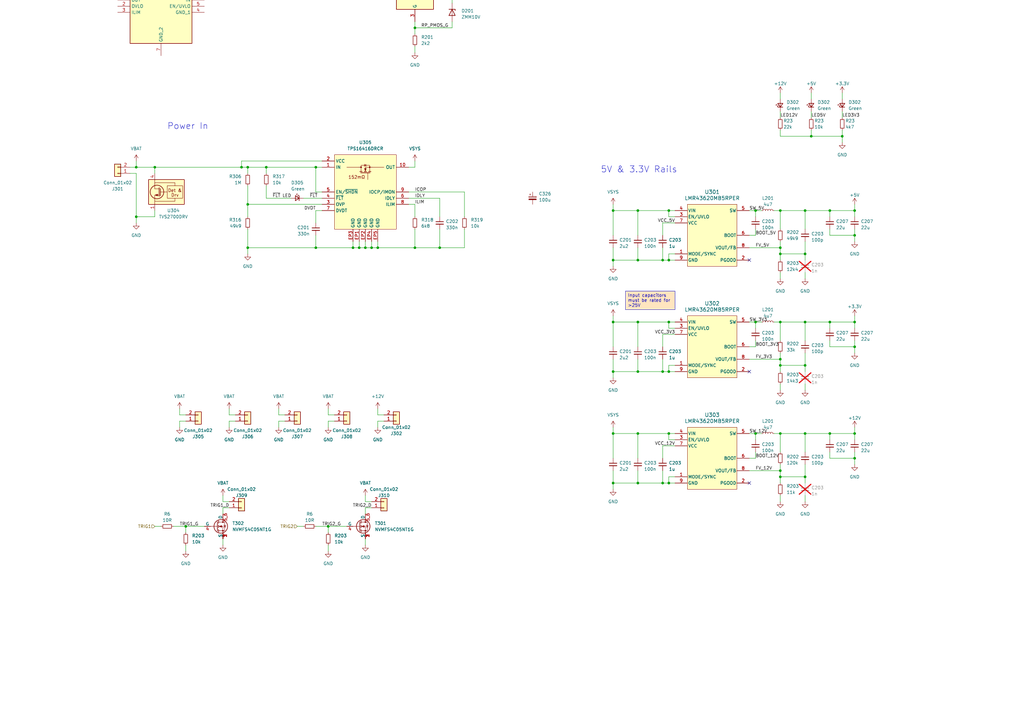
<source format=kicad_sch>
(kicad_sch (version 20231120) (generator "eeschema") (generator_version "8.0")
  (paper "A3")
  (junction (at 309.88 132.08))
  (junction (at 320.04 132.08))
  (junction (at 63.5 68.58))
  (junction (at 320.04 195.58))
  (junction (at 274.32 177.8))
  (junction (at 251.46 132.08))
  (junction (at 320.04 86.36))
  (junction (at 101.6 68.58))
  (junction (at 350.52 132.08))
  (junction (at 330.2 86.36))
  (junction (at 251.46 152.4))
  (junction (at 274.32 152.4))
  (junction (at 309.88 177.8))
  (junction (at 152.4 101.6))
  (junction (at 144.78 101.6))
  (junction (at 320.04 101.6))
  (junction (at 149.86 101.6))
  (junction (at 251.46 198.12))
  (junction (at 261.62 177.8))
  (junction (at 340.36 132.08))
  (junction (at 101.6 83.82))
  (junction (at 345.44 55.88))
  (junction (at 271.78 106.68))
  (junction (at 350.52 96.52))
  (junction (at 350.52 142.24))
  (junction (at 261.62 152.4))
  (junction (at 320.04 149.86))
  (junction (at 274.32 86.36))
  (junction (at 185.42 -1.27))
  (junction (at 251.46 177.8))
  (junction (at 340.36 177.8))
  (junction (at 251.46 106.68))
  (junction (at 309.88 86.36))
  (junction (at 154.94 101.6))
  (junction (at 330.2 132.08))
  (junction (at 350.52 177.8))
  (junction (at 320.04 104.14))
  (junction (at 330.2 149.86))
  (junction (at 261.62 132.08))
  (junction (at 129.54 101.6))
  (junction (at 170.18 11.43))
  (junction (at 332.74 55.88))
  (junction (at 274.32 198.12))
  (junction (at 55.88 68.58))
  (junction (at 320.04 177.8))
  (junction (at 274.32 132.08))
  (junction (at 330.2 195.58))
  (junction (at 274.32 106.68))
  (junction (at 76.2 215.9))
  (junction (at 320.04 147.32))
  (junction (at 340.36 86.36))
  (junction (at 109.22 68.58))
  (junction (at 170.18 101.6))
  (junction (at 99.06 68.58))
  (junction (at 261.62 198.12))
  (junction (at 330.2 104.14))
  (junction (at 147.32 101.6))
  (junction (at 261.62 106.68))
  (junction (at 350.52 86.36))
  (junction (at 271.78 198.12))
  (junction (at 129.54 68.58))
  (junction (at 134.62 215.9))
  (junction (at 350.52 187.96))
  (junction (at 261.62 86.36))
  (junction (at 330.2 177.8))
  (junction (at 251.46 86.36))
  (junction (at 55.88 88.9))
  (junction (at 180.34 101.6))
  (junction (at 320.04 193.04))
  (junction (at 271.78 152.4))
  (junction (at 101.6 101.6))
  (no_connect (at 307.34 152.4))
  (no_connect (at 307.34 198.12))
  (no_connect (at 307.34 106.68))
  (wire (pts (xy 340.36 142.24) (xy 350.52 142.24)))
  (wire (pts (xy 185.42 11.43) (xy 170.18 11.43)))
  (wire (pts (xy 251.46 83.82) (xy 251.46 86.36)))
  (wire (pts (xy 63.5 215.9) (xy 66.04 215.9)))
  (wire (pts (xy 332.74 38.1) (xy 332.74 40.64)))
  (wire (pts (xy 320.04 38.1) (xy 320.04 40.64)))
  (wire (pts (xy 152.4 101.6) (xy 152.4 99.06)))
  (wire (pts (xy 121.92 215.9) (xy 124.46 215.9)))
  (wire (pts (xy 320.04 157.48) (xy 320.04 160.02)))
  (wire (pts (xy 309.88 132.08) (xy 312.42 132.08)))
  (wire (pts (xy 332.74 45.72) (xy 332.74 48.26)))
  (wire (pts (xy 274.32 106.68) (xy 276.86 106.68)))
  (wire (pts (xy 109.22 81.28) (xy 109.22 76.2)))
  (wire (pts (xy 340.36 86.36) (xy 350.52 86.36)))
  (wire (pts (xy 274.32 195.58) (xy 276.86 195.58)))
  (wire (pts (xy 251.46 152.4) (xy 261.62 152.4)))
  (wire (pts (xy 330.2 111.76) (xy 330.2 114.3)))
  (wire (pts (xy 350.52 139.7) (xy 350.52 142.24)))
  (wire (pts (xy 271.78 147.32) (xy 271.78 152.4)))
  (wire (pts (xy 53.34 68.58) (xy 55.88 68.58)))
  (wire (pts (xy 55.88 66.04) (xy 55.88 68.58)))
  (wire (pts (xy 320.04 55.88) (xy 320.04 53.34)))
  (wire (pts (xy 116.84 172.72) (xy 114.3 172.72)))
  (wire (pts (xy 274.32 198.12) (xy 276.86 198.12)))
  (wire (pts (xy 345.44 38.1) (xy 345.44 40.64)))
  (wire (pts (xy 350.52 88.9) (xy 350.52 86.36)))
  (wire (pts (xy 180.34 101.6) (xy 170.18 101.6)))
  (wire (pts (xy 307.34 101.6) (xy 320.04 101.6)))
  (wire (pts (xy 116.84 170.18) (xy 114.3 170.18)))
  (wire (pts (xy 309.88 86.36) (xy 312.42 86.36)))
  (wire (pts (xy 350.52 175.26) (xy 350.52 177.8)))
  (wire (pts (xy 307.34 193.04) (xy 320.04 193.04)))
  (wire (pts (xy 320.04 177.8) (xy 320.04 185.42)))
  (wire (pts (xy 99.06 66.04) (xy 99.06 68.58)))
  (wire (pts (xy 309.88 139.7) (xy 309.88 142.24)))
  (wire (pts (xy 340.36 132.08) (xy 350.52 132.08)))
  (wire (pts (xy 309.88 88.9) (xy 309.88 86.36)))
  (wire (pts (xy 101.6 93.98) (xy 101.6 101.6)))
  (wire (pts (xy 73.66 170.18) (xy 73.66 167.64)))
  (wire (pts (xy 274.32 132.08) (xy 274.32 134.62)))
  (wire (pts (xy 157.48 170.18) (xy 154.94 170.18)))
  (wire (pts (xy 251.46 177.8) (xy 261.62 177.8)))
  (wire (pts (xy 93.98 205.74) (xy 91.44 205.74)))
  (wire (pts (xy 271.78 137.16) (xy 276.86 137.16)))
  (wire (pts (xy 180.34 93.98) (xy 180.34 101.6)))
  (wire (pts (xy 332.74 55.88) (xy 345.44 55.88)))
  (wire (pts (xy 330.2 132.08) (xy 340.36 132.08)))
  (wire (pts (xy 251.46 129.54) (xy 251.46 132.08)))
  (wire (pts (xy 261.62 101.6) (xy 261.62 106.68)))
  (wire (pts (xy 340.36 134.62) (xy 340.36 132.08)))
  (wire (pts (xy 129.54 215.9) (xy 134.62 215.9)))
  (wire (pts (xy 274.32 86.36) (xy 274.32 88.9)))
  (wire (pts (xy 101.6 68.58) (xy 109.22 68.58)))
  (wire (pts (xy 190.5 93.98) (xy 190.5 101.6)))
  (wire (pts (xy 271.78 96.52) (xy 271.78 91.44)))
  (wire (pts (xy 271.78 91.44) (xy 276.86 91.44)))
  (wire (pts (xy 320.04 190.5) (xy 320.04 193.04)))
  (wire (pts (xy 330.2 195.58) (xy 330.2 198.12)))
  (wire (pts (xy 251.46 96.52) (xy 251.46 86.36)))
  (wire (pts (xy 73.66 175.26) (xy 73.66 172.72)))
  (wire (pts (xy 274.32 86.36) (xy 276.86 86.36)))
  (wire (pts (xy 320.04 86.36) (xy 330.2 86.36)))
  (wire (pts (xy 109.22 68.58) (xy 129.54 68.58)))
  (wire (pts (xy 309.88 96.52) (xy 307.34 96.52)))
  (wire (pts (xy 261.62 86.36) (xy 274.32 86.36)))
  (wire (pts (xy 317.5 86.36) (xy 320.04 86.36)))
  (wire (pts (xy 309.88 134.62) (xy 309.88 132.08)))
  (wire (pts (xy 261.62 187.96) (xy 261.62 177.8)))
  (wire (pts (xy 96.52 172.72) (xy 93.98 172.72)))
  (wire (pts (xy 340.36 139.7) (xy 340.36 142.24)))
  (wire (pts (xy 350.52 129.54) (xy 350.52 132.08)))
  (wire (pts (xy 251.46 101.6) (xy 251.46 106.68)))
  (wire (pts (xy 332.74 55.88) (xy 320.04 55.88)))
  (wire (pts (xy 274.32 195.58) (xy 274.32 198.12)))
  (wire (pts (xy 76.2 170.18) (xy 73.66 170.18)))
  (wire (pts (xy 276.86 180.34) (xy 274.32 180.34)))
  (wire (pts (xy 320.04 147.32) (xy 320.04 149.86)))
  (wire (pts (xy 309.88 177.8) (xy 312.42 177.8)))
  (wire (pts (xy 350.52 185.42) (xy 350.52 187.96)))
  (wire (pts (xy 76.2 172.72) (xy 73.66 172.72)))
  (wire (pts (xy 251.46 86.36) (xy 261.62 86.36)))
  (wire (pts (xy 134.62 175.26) (xy 134.62 172.72)))
  (wire (pts (xy 320.04 144.78) (xy 320.04 147.32)))
  (wire (pts (xy 271.78 198.12) (xy 274.32 198.12)))
  (wire (pts (xy 251.46 106.68) (xy 261.62 106.68)))
  (wire (pts (xy 340.36 185.42) (xy 340.36 187.96)))
  (wire (pts (xy 129.54 96.52) (xy 129.54 101.6)))
  (wire (pts (xy 274.32 177.8) (xy 276.86 177.8)))
  (wire (pts (xy 157.48 172.72) (xy 154.94 172.72)))
  (wire (pts (xy 309.88 142.24) (xy 307.34 142.24)))
  (wire (pts (xy 185.42 1.27) (xy 185.42 -1.27)))
  (wire (pts (xy 152.4 205.74) (xy 149.86 205.74)))
  (wire (pts (xy 350.52 93.98) (xy 350.52 96.52)))
  (wire (pts (xy 129.54 86.36) (xy 132.08 86.36)))
  (wire (pts (xy 271.78 152.4) (xy 274.32 152.4)))
  (wire (pts (xy 340.36 93.98) (xy 340.36 96.52)))
  (wire (pts (xy 320.04 132.08) (xy 330.2 132.08)))
  (wire (pts (xy 330.2 104.14) (xy 330.2 106.68)))
  (wire (pts (xy 320.04 101.6) (xy 320.04 104.14)))
  (wire (pts (xy 114.3 170.18) (xy 114.3 167.64)))
  (wire (pts (xy 190.5 101.6) (xy 180.34 101.6)))
  (wire (pts (xy 330.2 149.86) (xy 330.2 152.4)))
  (wire (pts (xy 307.34 132.08) (xy 309.88 132.08)))
  (wire (pts (xy 55.88 88.9) (xy 55.88 71.12)))
  (wire (pts (xy 137.16 170.18) (xy 134.62 170.18)))
  (wire (pts (xy 129.54 68.58) (xy 129.54 78.74)))
  (wire (pts (xy 185.42 8.89) (xy 185.42 11.43)))
  (wire (pts (xy 101.6 101.6) (xy 129.54 101.6)))
  (wire (pts (xy 129.54 91.44) (xy 129.54 86.36)))
  (wire (pts (xy 274.32 177.8) (xy 274.32 180.34)))
  (wire (pts (xy 261.62 193.04) (xy 261.62 198.12)))
  (wire (pts (xy 320.04 195.58) (xy 320.04 193.04)))
  (wire (pts (xy 101.6 83.82) (xy 132.08 83.82)))
  (wire (pts (xy 307.34 86.36) (xy 309.88 86.36)))
  (wire (pts (xy 276.86 134.62) (xy 274.32 134.62)))
  (wire (pts (xy 320.04 149.86) (xy 320.04 152.4)))
  (wire (pts (xy 271.78 101.6) (xy 271.78 106.68)))
  (wire (pts (xy 99.06 66.04) (xy 132.08 66.04)))
  (wire (pts (xy 320.04 177.8) (xy 330.2 177.8)))
  (wire (pts (xy 320.04 132.08) (xy 320.04 139.7)))
  (wire (pts (xy 93.98 170.18) (xy 93.98 167.64)))
  (wire (pts (xy 251.46 152.4) (xy 251.46 154.94)))
  (wire (pts (xy 149.86 208.28) (xy 152.4 208.28)))
  (wire (pts (xy 330.2 190.5) (xy 330.2 195.58)))
  (wire (pts (xy 274.32 149.86) (xy 274.32 152.4)))
  (wire (pts (xy 320.04 195.58) (xy 330.2 195.58)))
  (wire (pts (xy 309.88 93.98) (xy 309.88 96.52)))
  (wire (pts (xy 170.18 19.05) (xy 170.18 21.59)))
  (wire (pts (xy 340.36 180.34) (xy 340.36 177.8)))
  (wire (pts (xy 101.6 68.58) (xy 101.6 71.12)))
  (wire (pts (xy 91.44 208.28) (xy 93.98 208.28)))
  (wire (pts (xy 154.94 170.18) (xy 154.94 167.64)))
  (wire (pts (xy 320.04 111.76) (xy 320.04 114.3)))
  (wire (pts (xy 274.32 104.14) (xy 274.32 106.68)))
  (wire (pts (xy 271.78 193.04) (xy 271.78 198.12)))
  (wire (pts (xy 309.88 187.96) (xy 307.34 187.96)))
  (wire (pts (xy 350.52 142.24) (xy 350.52 144.78)))
  (wire (pts (xy 134.62 170.18) (xy 134.62 167.64)))
  (wire (pts (xy 101.6 76.2) (xy 101.6 83.82)))
  (wire (pts (xy 180.34 81.28) (xy 180.34 88.9)))
  (wire (pts (xy 271.78 187.96) (xy 271.78 182.88)))
  (wire (pts (xy 340.36 88.9) (xy 340.36 86.36)))
  (wire (pts (xy 345.44 53.34) (xy 345.44 55.88)))
  (wire (pts (xy 274.32 104.14) (xy 276.86 104.14)))
  (wire (pts (xy 251.46 193.04) (xy 251.46 198.12)))
  (wire (pts (xy 317.5 177.8) (xy 320.04 177.8)))
  (wire (pts (xy 154.94 175.26) (xy 154.94 172.72)))
  (wire (pts (xy 144.78 101.6) (xy 147.32 101.6)))
  (wire (pts (xy 251.46 187.96) (xy 251.46 177.8)))
  (wire (pts (xy 251.46 142.24) (xy 251.46 132.08)))
  (wire (pts (xy 124.46 81.28) (xy 132.08 81.28)))
  (wire (pts (xy 170.18 83.82) (xy 170.18 88.9)))
  (wire (pts (xy 320.04 203.2) (xy 320.04 205.74)))
  (wire (pts (xy 320.04 104.14) (xy 330.2 104.14)))
  (wire (pts (xy 109.22 68.58) (xy 109.22 71.12)))
  (wire (pts (xy 330.2 157.48) (xy 330.2 160.02)))
  (wire (pts (xy 345.44 45.72) (xy 345.44 48.26)))
  (wire (pts (xy 309.88 180.34) (xy 309.88 177.8)))
  (wire (pts (xy 170.18 93.98) (xy 170.18 101.6)))
  (wire (pts (xy 170.18 11.43) (xy 170.18 13.97)))
  (wire (pts (xy 76.2 226.06) (xy 76.2 223.52)))
  (wire (pts (xy 340.36 177.8) (xy 350.52 177.8)))
  (wire (pts (xy 261.62 177.8) (xy 274.32 177.8)))
  (wire (pts (xy 55.88 68.58) (xy 63.5 68.58)))
  (wire (pts (xy 101.6 68.58) (xy 99.06 68.58)))
  (wire (pts (xy 261.62 132.08) (xy 274.32 132.08)))
  (wire (pts (xy 170.18 83.82) (xy 167.64 83.82)))
  (wire (pts (xy 261.62 96.52) (xy 261.62 86.36)))
  (wire (pts (xy 350.52 83.82) (xy 350.52 86.36)))
  (wire (pts (xy 185.42 -1.27) (xy 182.88 -1.27)))
  (wire (pts (xy 53.34 71.12) (xy 55.88 71.12)))
  (wire (pts (xy 330.2 177.8) (xy 330.2 185.42)))
  (wire (pts (xy 134.62 226.06) (xy 134.62 223.52)))
  (wire (pts (xy 190.5 78.74) (xy 190.5 88.9)))
  (wire (pts (xy 271.78 142.24) (xy 271.78 137.16)))
  (wire (pts (xy 309.88 185.42) (xy 309.88 187.96)))
  (wire (pts (xy 330.2 132.08) (xy 330.2 139.7)))
  (wire (pts (xy 350.52 134.62) (xy 350.52 132.08)))
  (wire (pts (xy 170.18 66.04) (xy 170.18 68.58)))
  (wire (pts (xy 170.18 101.6) (xy 154.94 101.6)))
  (wire (pts (xy 251.46 147.32) (xy 251.46 152.4)))
  (wire (pts (xy 144.78 101.6) (xy 144.78 99.06)))
  (wire (pts (xy 55.88 88.9) (xy 63.5 88.9)))
  (wire (pts (xy 274.32 149.86) (xy 276.86 149.86)))
  (wire (pts (xy 251.46 106.68) (xy 251.46 109.22)))
  (wire (pts (xy 147.32 101.6) (xy 149.86 101.6)))
  (wire (pts (xy 340.36 187.96) (xy 350.52 187.96)))
  (wire (pts (xy 76.2 215.9) (xy 83.82 215.9)))
  (wire (pts (xy 350.52 96.52) (xy 350.52 99.06)))
  (wire (pts (xy 114.3 175.26) (xy 114.3 172.72)))
  (wire (pts (xy 320.04 149.86) (xy 330.2 149.86)))
  (wire (pts (xy 149.86 101.6) (xy 152.4 101.6)))
  (wire (pts (xy 332.74 53.34) (xy 332.74 55.88)))
  (wire (pts (xy 350.52 187.96) (xy 350.52 190.5)))
  (wire (pts (xy 261.62 152.4) (xy 271.78 152.4)))
  (wire (pts (xy 101.6 83.82) (xy 101.6 88.9)))
  (wire (pts (xy 63.5 68.58) (xy 99.06 68.58)))
  (wire (pts (xy 147.32 101.6) (xy 147.32 99.06)))
  (wire (pts (xy 91.44 220.98) (xy 91.44 223.52)))
  (wire (pts (xy 350.52 180.34) (xy 350.52 177.8)))
  (wire (pts (xy 132.08 78.74) (xy 129.54 78.74)))
  (wire (pts (xy 261.62 142.24) (xy 261.62 132.08)))
  (wire (pts (xy 152.4 101.6) (xy 154.94 101.6)))
  (wire (pts (xy 320.04 86.36) (xy 320.04 93.98)))
  (wire (pts (xy 271.78 106.68) (xy 274.32 106.68)))
  (wire (pts (xy 330.2 86.36) (xy 330.2 93.98)))
  (wire (pts (xy 119.38 81.28) (xy 109.22 81.28)))
  (wire (pts (xy 76.2 215.9) (xy 76.2 218.44)))
  (wire (pts (xy 251.46 175.26) (xy 251.46 177.8)))
  (wire (pts (xy 330.2 144.78) (xy 330.2 149.86)))
  (wire (pts (xy 320.04 45.72) (xy 320.04 48.26)))
  (wire (pts (xy 167.64 78.74) (xy 190.5 78.74)))
  (wire (pts (xy 340.36 96.52) (xy 350.52 96.52)))
  (wire (pts (xy 134.62 215.9) (xy 134.62 218.44)))
  (wire (pts (xy 129.54 68.58) (xy 132.08 68.58)))
  (wire (pts (xy 137.16 172.72) (xy 134.62 172.72)))
  (wire (pts (xy 307.34 147.32) (xy 320.04 147.32)))
  (wire (pts (xy 149.86 220.98) (xy 149.86 223.52)))
  (wire (pts (xy 271.78 182.88) (xy 276.86 182.88)))
  (wire (pts (xy 96.52 170.18) (xy 93.98 170.18)))
  (wire (pts (xy 63.5 68.58) (xy 63.5 71.12)))
  (wire (pts (xy 154.94 101.6) (xy 154.94 99.06)))
  (wire (pts (xy 274.32 132.08) (xy 276.86 132.08)))
  (wire (pts (xy 320.04 104.14) (xy 320.04 106.68)))
  (wire (pts (xy 149.86 210.82) (xy 149.86 208.28)))
  (wire (pts (xy 330.2 203.2) (xy 330.2 205.74)))
  (wire (pts (xy 71.12 215.9) (xy 76.2 215.9)))
  (wire (pts (xy 170.18 8.89) (xy 170.18 11.43)))
  (wire (pts (xy 320.04 99.06) (xy 320.04 101.6)))
  (wire (pts (xy 320.04 195.58) (xy 320.04 198.12)))
  (wire (pts (xy 276.86 88.9) (xy 274.32 88.9)))
  (wire (pts (xy 330.2 99.06) (xy 330.2 104.14)))
  (wire (pts (xy 129.54 101.6) (xy 144.78 101.6)))
  (wire (pts (xy 330.2 177.8) (xy 340.36 177.8)))
  (wire (pts (xy 185.42 -3.81) (xy 185.42 -1.27)))
  (wire (pts (xy 167.64 81.28) (xy 180.34 81.28)))
  (wire (pts (xy 167.64 68.58) (xy 170.18 68.58)))
  (wire (pts (xy 345.44 55.88) (xy 345.44 58.42)))
  (wire (pts (xy 91.44 210.82) (xy 91.44 208.28)))
  (wire (pts (xy 261.62 147.32) (xy 261.62 152.4)))
  (wire (pts (xy 317.5 132.08) (xy 320.04 132.08)))
  (wire (pts (xy 251.46 198.12) (xy 251.46 200.66)))
  (wire (pts (xy 274.32 152.4) (xy 276.86 152.4)))
  (wire (pts (xy 251.46 198.12) (xy 261.62 198.12)))
  (wire (pts (xy 330.2 86.36) (xy 340.36 86.36)))
  (wire (pts (xy 55.88 91.44) (xy 55.88 88.9)))
  (wire (pts (xy 149.86 101.6) (xy 149.86 99.06)))
  (wire (pts (xy 261.62 198.12) (xy 271.78 198.12)))
  (wire (pts (xy 134.62 215.9) (xy 142.24 215.9)))
  (wire (pts (xy 261.62 106.68) (xy 271.78 106.68)))
  (wire (pts (xy 63.5 86.36) (xy 63.5 88.9)))
  (wire (pts (xy 93.98 175.26) (xy 93.98 172.72)))
  (wire (pts (xy 101.6 104.14) (xy 101.6 101.6)))
  (wire (pts (xy 251.46 132.08) (xy 261.62 132.08)))
  (wire (pts (xy 149.86 205.74) (xy 149.86 203.2)))
  (wire (pts (xy 91.44 205.74) (xy 91.44 203.2)))
  (wire (pts (xy 307.34 177.8) (xy 309.88 177.8)))
  (text_box "Input capacitors must be rated for >25V" (at 256.54 119.38 0) (size 20.32 7.62) (fill (type color) (color 255 229 191 1)) (effects (font (size 1.27 1.27)) (justify left top)))
  (text "Power In" (at 68.58 53.34 0) (effects (font (size 2.54 2.54)) (justify left bottom)))
  (text "5V & 3.3V Rails" (at 246.38 71.12 0) (effects (font (size 2.54 2.54)) (justify left bottom)))
  (label "FV_12V" (at 309.88 193.04 0))
  (label "TRIG2_G" (at 132.08 215.9 0))
  (label "BOOT_5V" (at 309.88 96.52 0))
  (label "VCC_3V3" (at 276.86 137.16 180))
  (label "VCC_5V" (at 276.86 91.44 180))
  (label "BOOT_12V" (at 309.88 187.96 0))
  (label "TRIG1_G" (at 73.66 215.9 0))
  (label "DVDT" (at 129.54 86.36 180))
  (label "~{FLT} LED" (at 111.76 81.28 0))
  (label "VCC_12V" (at 276.86 182.88 180))
  (label "TRIG1_D" (at 93.98 208.28 180))
  (label "~{FLT}" (at 127 81.28 0))
  (label "TRIG2_D" (at 152.4 208.28 180))
  (label "SW_12V" (at 307.34 177.8 0))
  (label "SW_3V3" (at 307.34 132.08 0))
  (label "LED3V3" (at 345.44 48.26 0))
  (label "FV_5V" (at 309.88 101.6 0))
  (label "LED5V" (at 332.74 48.26 0))
  (label "LED12V" (at 320.04 48.26 0))
  (label "RP_PMOS_G" (at 172.72 11.43 0))
  (label "FV_3V3" (at 309.88 147.32 0))
  (label "IDLY" (at 170.18 81.28 0))
  (label "ILIM" (at 170.18 83.82 0))
  (label "SW_5V" (at 307.34 86.36 0))
  (label "ICOP" (at 170.18 78.74 0))
  (label "BOOT_3V3" (at 309.88 142.24 0))
  (hierarchical_label "TRIG2" (shape input) (at 121.92 215.9 180))
  (hierarchical_label "TRIG1" (shape input) (at 63.5 215.9 180))
  (symbol (lib_id "Connector_Generic:Conn_01x02") (at 121.92 172.72 0) (mirror x) (unit 1)
    (property "Reference" "J307" (at 121.92 179.07 0))
    (property "Value" "Conn_01x02" (at 121.92 176.53 0))
    (property "Footprint" "Connector_AMASS:AMASS_XT30U-F_1x02_P5.0mm_Vertical" (effects (hide yes)))
  )
  (symbol (lib_id "power:GND") (at 330.2 114.3 0) (unit 1)
    (property "Reference" "#PWR0207" (effects (hide yes)))
    (property "Value" "GND" (at 330.2 119.38 0))
    (instances (project "Motor Driver Board" (path "" (reference "#PWR0207") (unit 1))) (project "main_PCB_v2" (path "" (reference "#PWR0316") (unit 1))) (project "101 PCB" (path "" (reference "#PWR0168") (unit 1))))
  )
  (symbol (lib_id "power:GND") (at 350.52 190.5 0) (unit 1)
    (property "Reference" "#PWR0207" (effects (hide yes)))
    (property "Value" "GND" (at 350.52 195.58 0))
    (instances (project "Motor Driver Board" (path "" (reference "#PWR0207") (unit 1))) (project "main_PCB_v2" (path "" (reference "#PWR0308") (unit 1))) (project "101 PCB" (path "" (reference "#PWR0168") (unit 1))))
  )
  (symbol (lib_id "SSL_Symbols:VBAT") (at 55.88 66.04 0) (unit 1)
    (property "Reference" "#PWR0322" (effects (hide yes)))
    (property "Value" "VBAT" (at 55.88 60.96 0))
  )
  (symbol (lib_id "SSL_Symbols:VBAT") (at 73.66 167.64 0) (unit 1)
    (property "Reference" "#PWR0314" (effects (hide yes)))
    (property "Value" "VBAT" (at 73.66 162.56 0))
  )
  (symbol (lib_id "Device:R_Small") (at 320.04 187.96 0) (unit 1)
    (property "Reference" "R202" (at 322.58 187.325 0) (effects (justify left)))
    (property "Value" "120k" (at 322.58 189.865 0) (effects (justify left)))
    (property "Footprint" "Resistor_SMD:R_0402_1005Metric" (effects (hide yes)))
    (instances (project "Motor Driver Board" (path "" (reference "R202") (unit 1))) (project "main_PCB_v2" (path "" (reference "R301") (unit 1))) (project "Power Board" (path "" (reference "R215") (unit 1))) (project "101 PCB" (path "" (reference "R101") (unit 1))))
  )
  (symbol (lib_id "Device:R_Small") (at 190.5 91.44 0) (unit 1)
    (property "Reference" "R319" (at 193.04 90.17 0) (effects (justify left)))
    (property "Value" "10k" (at 193.04 92.71 0) (effects (justify left)))
    (property "Footprint" "Resistor_SMD:R_0402_1005Metric" (effects (hide yes)))
  )
  (symbol (lib_id "Connector_Generic:Conn_01x02") (at 162.56 172.72 0) (mirror x) (unit 1)
    (property "Reference" "J302" (at 162.56 177.8 0))
    (property "Value" "Conn_01x02" (at 162.56 175.26 0))
    (property "Footprint" "Connector_AMASS:AMASS_XT30U-F_1x02_P5.0mm_Vertical" (effects (hide yes)))
  )
  (symbol (lib_id "power:GND") (at 134.62 226.06 0) (mirror y) (unit 1)
    (property "Reference" "#PWR072" (effects (hide yes)))
    (property "Value" "GND" (at 134.62 231.14 0))
    (instances (project "DE10-lite_shield" (path "" (reference "#PWR072") (unit 1)) (path "" (reference "#PWR072") (unit 1))) (project "Motor Driver Board" (path "" (reference "#PWR0209") (unit 1))) (project "main_PCB_v2" (path "" (reference "#PWR0346") (unit 1))) (project "Power Board" (path "" (reference "#PWR037") (unit 1))))
  )
  (symbol (lib_id "power:+3.3V") (at 345.44 38.1 0) (unit 1)
    (property "Reference" "#PWR0221" (effects (hide yes)))
    (property "Value" "+3.3V" (at 345.44 34.29 0))
    (instances (project "Motor Driver Board" (path "" (reference "#PWR0221") (unit 1))) (project "main_PCB_v2" (path "" (reference "#PWR0319") (unit 1))) (project "Power Board" (path "" (reference "#PWR0251") (unit 1))) (project "101 PCB" (path "" (reference "#PWR0114") (unit 1))))
  )
  (symbol (lib_id "Device:C_Small") (at 261.62 99.06 0) (unit 1)
    (property "Reference" "C203" (at 264.16 98.4313 0) (effects (justify left)))
    (property "Value" "100n" (at 264.16 100.9713 0) (effects (justify left)))
    (property "Footprint" "Capacitor_SMD:C_0402_1005Metric" (effects (hide yes)))
    (instances (project "Motor Driver Board" (path "" (reference "C203") (unit 1))) (project "main_PCB_v2" (path "" (reference "C321") (unit 1))) (project "Power Board" (path "" (reference "C208") (unit 1))) (project "101 PCB" (path "" (reference "C102") (unit 1))))
  )
  (symbol (lib_id "Connector_Generic:Conn_01x02") (at 99.06 208.28 0) (mirror x) (unit 1)
    (property "Reference" "J309" (at 99.06 203.2 0))
    (property "Value" "Conn_01x02" (at 99.06 200.66 0))
    (property "Footprint" "Connector_AMASS:AMASS_XT30U-F_1x02_P5.0mm_Vertical" (effects (hide yes)))
  )
  (symbol (lib_id "Device:LED_Small") (at 121.92 81.28 0) (mirror y) (unit 1)
    (property "Reference" "D305" (at 119.38 74.93 0) (effects (justify right)))
    (property "Value" "Green" (at 119.38 77.47 0) (effects (justify right)))
    (property "Footprint" "LED_SMD:LED_0402_1005Metric" (effects (hide yes)))
  )
  (symbol (lib_id "power:GND") (at 330.2 205.74 0) (unit 1)
    (property "Reference" "#PWR0207" (effects (hide yes)))
    (property "Value" "GND" (at 330.2 210.82 0))
    (instances (project "Motor Driver Board" (path "" (reference "#PWR0207") (unit 1))) (project "main_PCB_v2" (path "" (reference "#PWR0310") (unit 1))) (project "101 PCB" (path "" (reference "#PWR0168") (unit 1))))
  )
  (symbol (lib_id "power:GND") (at 93.98 175.26 0) (mirror y) (unit 1)
    (property "Reference" "#PWR072" (effects (hide yes)))
    (property "Value" "GND" (at 93.98 180.34 0))
    (instances (project "DE10-lite_shield" (path "" (reference "#PWR072") (unit 1)) (path "" (reference "#PWR072") (unit 1))) (project "Motor Driver Board" (path "" (reference "#PWR0204") (unit 1))) (project "main_PCB_v2" (path "" (reference "#PWR0327") (unit 1))) (project "Power Board" (path "" (reference "#PWR037") (unit 1))))
  )
  (symbol (lib_id "power:+12V") (at 154.94 167.64 0) (unit 1)
    (property "Reference" "#PWR0309" (effects (hide yes)))
    (property "Value" "+12V" (at 154.94 162.56 0))
  )
  (symbol (lib_id "power:GND") (at 251.46 200.66 0) (unit 1)
    (property "Reference" "#PWR0207" (effects (hide yes)))
    (property "Value" "GND" (at 251.46 205.74 0))
    (instances (project "Motor Driver Board" (path "" (reference "#PWR0207") (unit 1))) (project "main_PCB_v2" (path "" (reference "#PWR0305") (unit 1))) (project "101 PCB" (path "" (reference "#PWR0168") (unit 1))))
  )
  (symbol (lib_id "SSL_Symbols:VBAT") (at 91.44 203.2 0) (unit 1)
    (property "Reference" "#PWR0313" (effects (hide yes)))
    (property "Value" "VBAT" (at 91.44 198.12 0))
  )
  (symbol (lib_id "Connector_Generic:Conn_01x02") (at 101.6 172.72 0) (mirror x) (unit 1)
    (property "Reference" "J306" (at 101.6 179.07 0))
    (property "Value" "Conn_01x02" (at 101.6 176.53 0))
    (property "Footprint" "Connector_AMASS:AMASS_XT30U-F_1x02_P5.0mm_Vertical" (effects (hide yes)))
  )
  (symbol (lib_id "Device:C_Small") (at 330.2 154.94 0) (unit 1) (dnp yes)
    (property "Reference" "C203" (at 332.74 154.3113 0) (effects (justify left)))
    (property "Value" "1n" (at 332.74 156.8513 0) (effects (justify left)))
    (property "Footprint" "Capacitor_SMD:C_0402_1005Metric" (effects (hide yes)))
    (instances (project "Motor Driver Board" (path "" (reference "C203") (unit 1))) (project "main_PCB_v2" (path "" (reference "C323") (unit 1))) (project "Power Board" (path "" (reference "C208") (unit 1))) (project "101 PCB" (path "" (reference "C102") (unit 1))))
  )
  (symbol (lib_id "Device:R_Small") (at 170.18 91.44 0) (unit 1)
    (property "Reference" "R318" (at 172.72 90.17 0) (effects (justify left)))
    (property "Value" "6k8" (at 172.72 92.71 0) (effects (justify left)))
    (property "Footprint" "Resistor_SMD:R_0402_1005Metric" (effects (hide yes)))
  )
  (symbol (lib_id "Device:C_Small") (at 309.88 182.88 0) (unit 1)
    (property "Reference" "C203" (at 312.42 182.2513 0) (effects (justify left)))
    (property "Value" "100n" (at 312.42 184.7913 0) (effects (justify left)))
    (property "Footprint" "Capacitor_SMD:C_0402_1005Metric" (effects (hide yes)))
    (instances (project "Motor Driver Board" (path "" (reference "C203") (unit 1))) (project "main_PCB_v2" (path "" (reference "C304") (unit 1))) (project "Power Board" (path "" (reference "C208") (unit 1))) (project "101 PCB" (path "" (reference "C102") (unit 1))))
  )
  (symbol (lib_id "Device:R_Small") (at 320.04 109.22 0) (unit 1)
    (property "Reference" "R203" (at 322.58 107.95 0) (effects (justify left)))
    (property "Value" "12k4" (at 322.58 110.49 0) (effects (justify left)))
    (property "Footprint" "Resistor_SMD:R_0402_1005Metric" (effects (hide yes)))
    (instances (project "Motor Driver Board" (path "" (reference "R203") (unit 1))) (project "main_PCB_v2" (path "" (reference "R309") (unit 1))) (project "Power Board" (path "" (reference "R216") (unit 1))) (project "101 PCB" (path "" (reference "R102") (unit 1))))
  )
  (symbol (lib_id "Connector_Generic:Conn_01x02") (at 142.24 172.72 0) (mirror x) (unit 1)
    (property "Reference" "J308" (at 142.24 179.07 0))
    (property "Value" "Conn_01x02" (at 142.24 176.53 0))
    (property "Footprint" "Connector_AMASS:AMASS_XT30U-F_1x02_P5.0mm_Vertical" (effects (hide yes)))
  )
  (symbol (lib_id "Device:C_Small") (at 350.52 137.16 0) (unit 1)
    (property "Reference" "C207" (at 353.06 136.5313 0) (effects (justify left)))
    (property "Value" "22u" (at 353.06 139.0713 0) (effects (justify left)))
    (property "Footprint" "Capacitor_SMD:C_0603_1608Metric" (effects (hide yes)))
    (instances (project "Motor Driver Board" (path "" (reference "C207") (unit 1))) (project "main_PCB_v2" (path "" (reference "C320") (unit 1))) (project "Power Board" (path "" (reference "C215") (unit 1))) (project "101 PCB" (path "" (reference "C103") (unit 1))))
  )
  (symbol (lib_id "Device:L_Small") (at 314.96 86.36 90) (unit 1)
    (property "Reference" "L201" (at 314.96 81.28 90))
    (property "Value" "4u7" (at 314.96 83.82 90))
    (property "Footprint" "Inductor_SMD:L_Chilisin_BMRA00040420" (effects (hide yes)))
    (instances (project "Motor Driver Board" (path "" (reference "L201") (unit 1))) (project "main_PCB_v2" (path "" (reference "L305") (unit 1))) (project "Power Board" (path "" (reference "L201") (unit 1))) (project "101 PCB" (path "" (reference "L101") (unit 1))))
  )
  (symbol (lib_id "power:+5V") (at 332.74 38.1 0) (unit 1)
    (property "Reference" "#PWR0219" (effects (hide yes)))
    (property "Value" "+5V" (at 332.74 34.29 0))
    (instances (project "Motor Driver Board" (path "" (reference "#PWR0219") (unit 1))) (project "main_PCB_v2" (path "" (reference "#PWR0318") (unit 1))) (project "Power Board" (path "" (reference "#PWR0248") (unit 1))) (project "101 PCB" (path "" (reference "#PWR0118") (unit 1))))
  )
  (symbol (lib_id "SSL_Symbols:VSYS") (at 170.18 66.04 0) (unit 1)
    (property "Reference" "#PWR0324" (effects (hide yes)))
    (property "Value" "VSYS" (at 170.18 60.96 0))
  )
  (symbol (lib_id "TPS16416DRCR:TPS16416DRCR") (at 149.86 76.2 0) (unit 1)
    (property "Reference" "U305" (at 149.86 58.42 0))
    (property "Value" "TPS16416DRCR" (at 149.86 60.96 0))
    (property "Footprint" "TPS74901DRCR" (effects (hide yes)))
    (property "Datasheet" "https://www.ti.com/product/de-de/TPS1641#all" (effects (hide yes)))
    (property "Description" "Hot Swap Voltage Controllers 2.7-V to 40-V 152-mohm 1.8-A eFuse with output power limiting" (effects (hide yes)))
    (property "Height" "2" (effects (hide yes)))
    (property "Mouser Part Number" "595-TPS16416DRCR" (effects (hide yes)))
    (property "Mouser Price/Stock" "https://www.mouser.co.uk/ProductDetail/Texas-Instruments/TPS16416DRCR?qs=ulEaXIWI0c%2Fz%2F%2Fu%2F0Pxr8Q%3D%3D" (effects (hide yes)))
    (property "Manufacturer_Name" "Texas Instruments" (effects (hide yes)))
    (property "Manufacturer_Part_Number" "TPS16416DRCR" (effects (hide yes)))
  )
  (symbol (lib_id "Connector_Generic:Conn_01x02") (at 48.26 71.12 180) (unit 1)
    (property "Reference" "J301" (at 48.26 77.47 0))
    (property "Value" "Conn_01x02" (at 48.26 74.93 0))
    (property "Footprint" "Connector_AMASS:AMASS_XT60-M_1x02_P7.20mm_Vertical" (effects (hide yes)))
  )
  (symbol (lib_id "power:GND") (at 251.46 154.94 0) (unit 1)
    (property "Reference" "#PWR0207" (effects (hide yes)))
    (property "Value" "GND" (at 251.46 160.02 0))
    (instances (project "Motor Driver Board" (path "" (reference "#PWR0207") (unit 1))) (project "main_PCB_v2" (path "" (reference "#PWR0338") (unit 1))) (project "101 PCB" (path "" (reference "#PWR0168") (unit 1))))
  )
  (symbol (lib_id "Device:LED_Small") (at 345.44 43.18 90) (unit 1)
    (property "Reference" "D302" (at 347.98 41.91 90) (effects (justify right)))
    (property "Value" "Green" (at 347.98 44.45 90) (effects (justify right)))
    (property "Footprint" "LED_SMD:LED_0402_1005Metric" (effects (hide yes)))
    (instances (project "Motor Driver Board" (path "" (reference "D302") (unit 1))) (project "main_PCB_v2" (path "" (reference "D304") (unit 1))))
  )
  (symbol (lib_id "Device:C_Small") (at 271.78 190.5 0) (unit 1)
    (property "Reference" "C203" (at 274.32 189.8713 0) (effects (justify left)))
    (property "Value" "1u" (at 274.32 192.4113 0) (effects (justify left)))
    (property "Footprint" "Capacitor_SMD:C_0402_1005Metric" (effects (hide yes)))
    (instances (project "Motor Driver Board" (path "" (reference "C203") (unit 1))) (project "main_PCB_v2" (path "" (reference "C303") (unit 1))) (project "Power Board" (path "" (reference "C208") (unit 1))) (project "101 PCB" (path "" (reference "C102") (unit 1))))
  )
  (symbol (lib_id "power:GND") (at 55.88 91.44 0) (unit 1)
    (property "Reference" "#PWR0321" (effects (hide yes)))
    (property "Value" "GND" (at 55.88 96.52 0))
  )
  (symbol (lib_id "power:GND") (at 114.3 175.26 0) (mirror y) (unit 1)
    (property "Reference" "#PWR072" (effects (hide yes)))
    (property "Value" "GND" (at 114.3 180.34 0))
    (instances (project "DE10-lite_shield" (path "" (reference "#PWR072") (unit 1)) (path "" (reference "#PWR072") (unit 1))) (project "Motor Driver Board" (path "" (reference "#PWR0209") (unit 1))) (project "main_PCB_v2" (path "" (reference "#PWR0329") (unit 1))) (project "Power Board" (path "" (reference "#PWR037") (unit 1))))
  )
  (symbol (lib_id "SSL_Symbols:VSYS") (at 185.42 -3.81 0) (unit 1)
    (property "Reference" "#PWR0303" (effects (hide yes)))
    (property "Value" "VSYS" (at 185.42 -8.89 0))
  )
  (symbol (lib_id "Device:C_Small") (at 340.36 182.88 0) (unit 1)
    (property "Reference" "C207" (at 342.9 182.2513 0) (effects (justify left)))
    (property "Value" "22u" (at 342.9 184.7913 0) (effects (justify left)))
    (property "Footprint" "Capacitor_SMD:C_0603_1608Metric" (effects (hide yes)))
    (instances (project "Motor Driver Board" (path "" (reference "C207") (unit 1))) (project "main_PCB_v2" (path "" (reference "C305") (unit 1))) (project "Power Board" (path "" (reference "C215") (unit 1))) (project "101 PCB" (path "" (reference "C103") (unit 1))))
  )
  (symbol (lib_id "power:GND") (at 134.62 175.26 0) (mirror y) (unit 1)
    (property "Reference" "#PWR072" (effects (hide yes)))
    (property "Value" "GND" (at 134.62 180.34 0))
    (instances (project "DE10-lite_shield" (path "" (reference "#PWR072") (unit 1)) (path "" (reference "#PWR072") (unit 1))) (project "Motor Driver Board" (path "" (reference "#PWR0209") (unit 1))) (project "main_PCB_v2" (path "" (reference "#PWR0331") (unit 1))) (project "Power Board" (path "" (reference "#PWR037") (unit 1))))
  )
  (symbol (lib_name "NVMFS4C05NT1G_1") (lib_id "SSL_Symbols:NVMFS4C05NT1G") (at 91.44 215.9 0) (unit 1)
    (property "Reference" "T302" (at 95.25 214.63 0) (effects (justify left)))
    (property "Value" "NVMFS4C05NT1G" (at 95.25 217.17 0) (effects (justify left)))
    (property "Footprint" "SSL Footprints:TRANS_NVMFS5834NLWFT1G" (effects (hide yes)))
  )
  (symbol (lib_id "Device:R_Small") (at 170.18 16.51 0) (unit 1)
    (property "Reference" "R201" (at 172.72 15.24 0) (effects (justify left)))
    (property "Value" "2k2" (at 172.72 17.78 0) (effects (justify left)))
    (property "Footprint" "Resistor_SMD:R_0402_1005Metric" (effects (hide yes)))
    (instances (project "Motor Driver Board" (path "" (reference "R201") (unit 1))) (project "main_PCB_v2" (path "" (reference "R307") (unit 1))) (project "101 PCB" (path "" (reference "R108") (unit 1))))
  )
  (symbol (lib_id "Device:C_Small") (at 309.88 91.44 0) (unit 1)
    (property "Reference" "C203" (at 312.42 90.8113 0) (effects (justify left)))
    (property "Value" "100n" (at 312.42 93.3513 0) (effects (justify left)))
    (property "Footprint" "Capacitor_SMD:C_0402_1005Metric" (effects (hide yes)))
    (instances (project "Motor Driver Board" (path "" (reference "C203") (unit 1))) (project "main_PCB_v2" (path "" (reference "C312") (unit 1))) (project "Power Board" (path "" (reference "C208") (unit 1))) (project "101 PCB" (path "" (reference "C102") (unit 1))))
  )
  (symbol (lib_id "DMP3028LFDE-7:DMP3028LFDE") (at 170.18 0 0) (unit 1)
    (property "Reference" "Q302" (at 170.18 -8.89 0))
    (property "Value" "DMP3028LFDE" (at 170.18 -6.35 0))
    (property "Footprint" "SSL Footprints:DMP2066UFDE7" (effects (hide yes)))
    (property "Datasheet" "https://www.diodes.com/assets/Datasheets/DMP3028LFDE.pdf" (effects (hide yes)))
    (property "Manufacturer_Name" "Diodes Inc." (effects (hide yes)))
    (property "Manufacturer_Part_Number" "DMP3028LFDE-7" (effects (hide yes)))
    (property "Mouser Part Number" "621-DMP3028LFDE-7" (effects (hide yes)))
    (property "Mouser Price/Stock" "https://www.mouser.co.uk/ProductDetail/Diodes-Incorporated/DMP3028LFDE-7?qs=wo71MgyKIyE%2FG8iDJwxqKA%3D%3D" (effects (hide yes)))
    (property "Arrow Part Number" "DMP3028LFDE-7" (effects (hide yes)))
    (property "Arrow Price/Stock" "https://www.arrow.com/en/products/dmp3028lfde-7/diodes-incorporated?region=nac" (effects (hide yes)))
  )
  (symbol (lib_id "Device:R_Small") (at 320.04 200.66 0) (unit 1)
    (property "Reference" "R203" (at 322.58 199.39 0) (effects (justify left)))
    (property "Value" "11k" (at 322.58 201.93 0) (effects (justify left)))
    (property "Footprint" "Resistor_SMD:R_0402_1005Metric" (effects (hide yes)))
    (instances (project "Motor Driver Board" (path "" (reference "R203") (unit 1))) (project "main_PCB_v2" (path "" (reference "R302") (unit 1))) (project "Power Board" (path "" (reference "R216") (unit 1))) (project "101 PCB" (path "" (reference "R102") (unit 1))))
  )
  (symbol (lib_id "Device:R_Small") (at 127 215.9 270) (mirror x) (unit 1)
    (property "Reference" "R6" (at 127 210.82 90))
    (property "Value" "10R" (at 127 213.36 90))
    (property "Footprint" "Resistor_SMD:R_0402_1005Metric" (effects (hide yes)))
    (instances (project "DE10-lite_shield" (path "" (reference "R6") (unit 1)) (path "" (reference "R6") (unit 1)) (path "" (reference "R14") (unit 1)) (path "" (reference "R32") (unit 1))) (project "Motor Driver Board" (path "" (reference "R309") (unit 1))) (project "main_PCB_v2" (path "" (reference "R313") (unit 1))) (project "Power Board" (path "" (reference "R24") (unit 1))))
  )
  (symbol (lib_id "Diode:ZMMxx") (at 185.42 5.08 270) (unit 1)
    (property "Reference" "D201" (at 189.23 4.445 90) (effects (justify left)))
    (property "Value" "ZMM10V" (at 189.23 6.985 90) (effects (justify left)))
    (property "Footprint" "Diode_SMD:D_MiniMELF" (effects (hide yes)))
    (property "Datasheet" "https://diotec.com/tl_files/diotec/files/pdf/datasheets/zmm1.pdf" (effects (hide yes)))
    (instances (project "Motor Driver Board" (path "" (reference "D201") (unit 1))) (project "main_PCB_v2" (path "" (reference "D303") (unit 1))) (project "101 PCB" (path "" (reference "D104") (unit 1))))
  )
  (symbol (lib_id "power:GND") (at 101.6 104.14 0) (unit 1)
    (property "Reference" "#PWR0323" (effects (hide yes)))
    (property "Value" "GND" (at 101.6 109.22 0))
  )
  (symbol (lib_id "power:+5V") (at 350.52 83.82 0) (unit 1)
    (property "Reference" "#PWR0219" (effects (hide yes)))
    (property "Value" "+5V" (at 350.52 80.01 0))
    (instances (project "Motor Driver Board" (path "" (reference "#PWR0219") (unit 1))) (project "main_PCB_v2" (path "" (reference "#PWR0335") (unit 1))) (project "Power Board" (path "" (reference "#PWR0248") (unit 1))) (project "101 PCB" (path "" (reference "#PWR0118") (unit 1))))
  )
  (symbol (lib_id "SSL_Symbols:VSYS") (at 251.46 129.54 0) (unit 1)
    (property "Reference" "#PWR0301" (effects (hide yes)))
    (property "Value" "VSYS" (at 251.46 124.46 0))
  )
  (symbol (lib_id "LMR43620MB5RPER:LMR43620MB5RPER") (at 292.1 96.52 0) (unit 1)
    (property "Reference" "U301" (at 292.1 78.74 0) (effects (font (size 1.524 1.524))))
    (property "Value" "LMR43620MB5RPER" (at 292.1 81.28 0) (effects (font (size 1.524 1.524))))
    (property "Footprint" "SSL Footprints:LMR43620MB5RPER_TEX" (effects (hide yes)))
    (property "Datasheet" "https://www.ti.com/lit/ds/symlink/lmr43610.pdf?ts=1706463320089&ref_url=https%253A%252F%252Fwww.mouser.co.uk%252F" (effects (hide yes)))
  )
  (symbol (lib_id "Device:R_Small") (at 101.6 91.44 0) (mirror y) (unit 1)
    (property "Reference" "R316" (at 99.06 90.17 0) (effects (justify left)))
    (property "Value" "49k9" (at 99.06 92.71 0) (effects (justify left)))
    (property "Footprint" "Resistor_SMD:R_0402_1005Metric" (effects (hide yes)))
  )
  (symbol (lib_id "Device:R_Small") (at 109.22 73.66 0) (unit 1)
    (property "Reference" "R317" (at 111.76 72.39 0) (effects (justify left)))
    (property "Value" "10k" (at 111.76 74.93 0) (effects (justify left)))
    (property "Footprint" "Resistor_SMD:R_0402_1005Metric" (effects (hide yes)))
  )
  (symbol (lib_id "Device:C_Small") (at 330.2 187.96 0) (unit 1)
    (property "Reference" "C203" (at 332.74 187.3313 0) (effects (justify left)))
    (property "Value" "100p" (at 332.74 189.8713 0) (effects (justify left)))
    (property "Footprint" "Capacitor_SMD:C_0402_1005Metric" (effects (hide yes)))
    (instances (project "Motor Driver Board" (path "" (reference "C203") (unit 1))) (project "main_PCB_v2" (path "" (reference "C307") (unit 1))) (project "Power Board" (path "" (reference "C208") (unit 1))) (project "101 PCB" (path "" (reference "C102") (unit 1))))
  )
  (symbol (lib_id "Device:C_Small") (at 350.52 182.88 0) (unit 1)
    (property "Reference" "C207" (at 353.06 182.2513 0) (effects (justify left)))
    (property "Value" "22u" (at 353.06 184.7913 0) (effects (justify left)))
    (property "Footprint" "Capacitor_SMD:C_0603_1608Metric" (effects (hide yes)))
    (instances (project "Motor Driver Board" (path "" (reference "C207") (unit 1))) (project "main_PCB_v2" (path "" (reference "C306") (unit 1))) (project "Power Board" (path "" (reference "C215") (unit 1))) (project "101 PCB" (path "" (reference "C103") (unit 1))))
  )
  (symbol (lib_id "Device:C_Small") (at 330.2 142.24 0) (unit 1)
    (property "Reference" "C203" (at 332.74 141.6113 0) (effects (justify left)))
    (property "Value" "100p" (at 332.74 144.1513 0) (effects (justify left)))
    (property "Footprint" "Capacitor_SMD:C_0402_1005Metric" (effects (hide yes)))
    (instances (project "Motor Driver Board" (path "" (reference "C203") (unit 1))) (project "main_PCB_v2" (path "" (reference "C308") (unit 1))) (project "Power Board" (path "" (reference "C208") (unit 1))) (project "101 PCB" (path "" (reference "C102") (unit 1))))
  )
  (symbol (lib_id "Connector_Generic:Conn_01x02") (at 157.48 208.28 0) (mirror x) (unit 1)
    (property "Reference" "J310" (at 157.48 203.2 0))
    (property "Value" "Conn_01x02" (at 157.48 200.66 0))
    (property "Footprint" "Connector_AMASS:AMASS_XT30U-F_1x02_P5.0mm_Vertical" (effects (hide yes)))
  )
  (symbol (lib_id "Device:C_Small") (at 271.78 99.06 0) (unit 1)
    (property "Reference" "C203" (at 274.32 98.4313 0) (effects (justify left)))
    (property "Value" "1u" (at 274.32 100.9713 0) (effects (justify left)))
    (property "Footprint" "Capacitor_SMD:C_0402_1005Metric" (effects (hide yes)))
    (instances (project "Motor Driver Board" (path "" (reference "C203") (unit 1))) (project "main_PCB_v2" (path "" (reference "C311") (unit 1))) (project "Power Board" (path "" (reference "C208") (unit 1))) (project "101 PCB" (path "" (reference "C102") (unit 1))))
  )
  (symbol (lib_id "power:GND") (at 320.04 205.74 0) (unit 1)
    (property "Reference" "#PWR0207" (effects (hide yes)))
    (property "Value" "GND" (at 320.04 210.82 0))
    (instances (project "Motor Driver Board" (path "" (reference "#PWR0207") (unit 1))) (project "main_PCB_v2" (path "" (reference "#PWR0306") (unit 1))) (project "101 PCB" (path "" (reference "#PWR0168") (unit 1))))
  )
  (symbol (lib_id "power:GND") (at 154.94 175.26 0) (mirror y) (unit 1)
    (property "Reference" "#PWR072" (effects (hide yes)))
    (property "Value" "GND" (at 154.94 180.34 0))
    (instances (project "DE10-lite_shield" (path "" (reference "#PWR072") (unit 1)) (path "" (reference "#PWR072") (unit 1))) (project "Motor Driver Board" (path "" (reference "#PWR0209") (unit 1))) (project "main_PCB_v2" (path "" (reference "#PWR0312") (unit 1))) (project "Power Board" (path "" (reference "#PWR037") (unit 1))))
  )
  (symbol (lib_id "Device:R_Small") (at 76.2 220.98 0) (unit 1)
    (property "Reference" "R203" (at 78.74 219.71 0) (effects (justify left)))
    (property "Value" "10k" (at 78.74 222.25 0) (effects (justify left)))
    (property "Footprint" "Resistor_SMD:R_0402_1005Metric" (effects (hide yes)))
    (instances (project "Motor Driver Board" (path "" (reference "R203") (unit 1))) (project "main_PCB_v2" (path "" (reference "R315") (unit 1))) (project "Power Board" (path "" (reference "R216") (unit 1))) (project "101 PCB" (path "" (reference "R102") (unit 1))))
  )
  (symbol (lib_id "Connector_Generic:Conn_01x02") (at 81.28 172.72 0) (mirror x) (unit 1)
    (property "Reference" "J305" (at 81.28 179.07 0))
    (property "Value" "Conn_01x02" (at 81.28 176.53 0))
    (property "Footprint" "Connector_AMASS:AMASS_XT30U-F_1x02_P5.0mm_Vertical" (effects (hide yes)))
  )
  (symbol (lib_id "Device:C_Small") (at 340.36 137.16 0) (unit 1)
    (property "Reference" "C207" (at 342.9 136.5313 0) (effects (justify left)))
    (property "Value" "22u" (at 342.9 139.0713 0) (effects (justify left)))
    (property "Footprint" "Capacitor_SMD:C_0603_1608Metric" (effects (hide yes)))
    (instances (project "Motor Driver Board" (path "" (reference "C207") (unit 1))) (project "main_PCB_v2" (path "" (reference "C319") (unit 1))) (project "Power Board" (path "" (reference "C215") (unit 1))) (project "101 PCB" (path "" (reference "C103") (unit 1))))
  )
  (symbol (lib_id "Device:R_Small") (at 320.04 142.24 0) (unit 1)
    (property "Reference" "R202" (at 322.58 140.97 0) (effects (justify left)))
    (property "Value" "33k" (at 322.58 143.51 0) (effects (justify left)))
    (property "Footprint" "Resistor_SMD:R_0402_1005Metric" (effects (hide yes)))
    (instances (project "Motor Driver Board" (path "" (reference "R202") (unit 1))) (project "main_PCB_v2" (path "" (reference "R310") (unit 1))) (project "Power Board" (path "" (reference "R215") (unit 1))) (project "101 PCB" (path "" (reference "R101") (unit 1))))
  )
  (symbol (lib_id "Device:R_Small") (at 320.04 50.8 180) (unit 1)
    (property "Reference" "R23" (at 321.31 49.53 0) (effects (justify right)))
    (property "Value" "22k" (at 321.31 52.07 0) (effects (justify right)))
    (property "Footprint" "Resistor_SMD:R_0402_1005Metric" (effects (hide yes)))
    (instances (project "DE10-lite_shield" (path "" (reference "R23") (unit 1)) (path "" (reference "R12") (unit 1))) (project "Motor Driver Board" (path "" (reference "R301") (unit 1))) (project "main_PCB_v2" (path "" (reference "R303") (unit 1))) (project "Power Board" (path "" (reference "R28") (unit 1))))
  )
  (symbol (lib_id "Device:C_Small") (at 251.46 144.78 0) (unit 1)
    (property "Reference" "C201" (at 254 144.1513 0) (effects (justify left)))
    (property "Value" "2u2" (at 254 146.6913 0) (effects (justify left)))
    (property "Footprint" "Capacitor_SMD:C_0603_1608Metric" (effects (hide yes)))
    (instances (project "Motor Driver Board" (path "" (reference "C201") (unit 1))) (project "main_PCB_v2" (path "" (reference "C316") (unit 1))) (project "Power Board" (path "" (reference "C206") (unit 1))) (project "101 PCB" (path "" (reference "C105") (unit 1))))
  )
  (symbol (lib_id "power:GND") (at 73.66 175.26 0) (mirror y) (unit 1)
    (property "Reference" "#PWR072" (effects (hide yes)))
    (property "Value" "GND" (at 73.66 180.34 0))
    (instances (project "DE10-lite_shield" (path "" (reference "#PWR072") (unit 1)) (path "" (reference "#PWR072") (unit 1))) (project "Motor Driver Board" (path "" (reference "#PWR0202") (unit 1))) (project "main_PCB_v2" (path "" (reference "#PWR0325") (unit 1))) (project "Power Board" (path "" (reference "#PWR037") (unit 1))))
  )
  (symbol (lib_id "SSL_Symbols:VBAT") (at 93.98 167.64 0) (unit 1)
    (property "Reference" "#PWR0326" (effects (hide yes)))
    (property "Value" "VBAT" (at 93.98 162.56 0))
  )
  (symbol (lib_id "Device:R_Small") (at 134.62 220.98 0) (unit 1)
    (property "Reference" "R203" (at 137.16 219.71 0) (effects (justify left)))
    (property "Value" "10k" (at 137.16 222.25 0) (effects (justify left)))
    (property "Footprint" "Resistor_SMD:R_0402_1005Metric" (effects (hide yes)))
    (instances (project "Motor Driver Board" (path "" (reference "R203") (unit 1))) (project "main_PCB_v2" (path "" (reference "R314") (unit 1))) (project "Power Board" (path "" (reference "R216") (unit 1))) (project "101 PCB" (path "" (reference "R102") (unit 1))))
  )
  (symbol (lib_id "Device:C_Small") (at 340.36 91.44 0) (unit 1)
    (property "Reference" "C207" (at 342.9 90.8113 0) (effects (justify left)))
    (property "Value" "22u" (at 342.9 93.3513 0) (effects (justify left)))
    (property "Footprint" "Capacitor_SMD:C_0603_1608Metric" (effects (hide yes)))
    (instances (project "Motor Driver Board" (path "" (reference "C207") (unit 1))) (project "main_PCB_v2" (path "" (reference "C315") (unit 1))) (project "Power Board" (path "" (reference "C215") (unit 1))) (project "101 PCB" (path "" (reference "C103") (unit 1))))
  )
  (symbol (lib_id "Device:C_Small") (at 261.62 144.78 0) (unit 1)
    (property "Reference" "C203" (at 264.16 144.1513 0) (effects (justify left)))
    (property "Value" "100n" (at 264.16 146.6913 0) (effects (justify left)))
    (property "Footprint" "Capacitor_SMD:C_0402_1005Metric" (effects (hide yes)))
    (instances (project "Motor Driver Board" (path "" (reference "C203") (unit 1))) (project "main_PCB_v2" (path "" (reference "C322") (unit 1))) (project "Power Board" (path "" (reference "C208") (unit 1))) (project "101 PCB" (path "" (reference "C102") (unit 1))))
  )
  (symbol (lib_id "SSL_Symbols:NVMFS4C05NT1G") (at 149.86 215.9 0) (unit 1)
    (property "Reference" "T301" (at 153.67 214.63 0) (effects (justify left)))
    (property "Value" "NVMFS4C05NT1G" (at 153.67 217.17 0) (effects (justify left)))
    (property "Footprint" "SSL Footprints:TRANS_NVMFS5834NLWFT1G" (effects (hide yes)))
  )
  (symbol (lib_id "Device:C_Small") (at 309.88 137.16 0) (unit 1)
    (property "Reference" "C203" (at 312.42 136.5313 0) (effects (justify left)))
    (property "Value" "100n" (at 312.42 139.0713 0) (effects (justify left)))
    (property "Footprint" "Capacitor_SMD:C_0402_1005Metric" (effects (hide yes)))
    (instances (project "Motor Driver Board" (path "" (reference "C203") (unit 1))) (project "main_PCB_v2" (path "" (reference "C318") (unit 1))) (project "Power Board" (path "" (reference "C208") (unit 1))) (project "101 PCB" (path "" (reference "C102") (unit 1))))
  )
  (symbol (lib_id "power:GND") (at 330.2 160.02 0) (unit 1)
    (property "Reference" "#PWR0207" (effects (hide yes)))
    (property "Value" "GND" (at 330.2 165.1 0))
    (instances (project "Motor Driver Board" (path "" (reference "#PWR0207") (unit 1))) (project "main_PCB_v2" (path "" (reference "#PWR0311") (unit 1))) (project "101 PCB" (path "" (reference "#PWR0168") (unit 1))))
  )
  (symbol (lib_id "Device:R_Small") (at 345.44 50.8 180) (unit 1)
    (property "Reference" "R23" (at 346.71 49.53 0) (effects (justify right)))
    (property "Value" "4k7" (at 346.71 52.07 0) (effects (justify right)))
    (property "Footprint" "Resistor_SMD:R_0402_1005Metric" (effects (hide yes)))
    (instances (project "DE10-lite_shield" (path "" (reference "R23") (unit 1)) (path "" (reference "R12") (unit 1))) (project "Motor Driver Board" (path "" (reference "R303") (unit 1))) (project "main_PCB_v2" (path "" (reference "R305") (unit 1))) (project "Power Board" (path "" (reference "R28") (unit 1))))
  )
  (symbol (lib_id "power:+12V") (at 320.04 38.1 0) (unit 1)
    (property "Reference" "#PWR0320" (effects (hide yes)))
    (property "Value" "+12V" (at 320.04 34.29 0))
  )
  (symbol (lib_id "power:GND") (at 91.44 223.52 0) (mirror y) (unit 1)
    (property "Reference" "#PWR072" (effects (hide yes)))
    (property "Value" "GND" (at 91.44 228.6 0))
    (instances (project "DE10-lite_shield" (path "" (reference "#PWR072") (unit 1)) (path "" (reference "#PWR072") (unit 1))) (project "Motor Driver Board" (path "" (reference "#PWR0209") (unit 1))) (project "main_PCB_v2" (path "" (reference "#PWR0345") (unit 1))) (project "Power Board" (path "" (reference "#PWR037") (unit 1))))
  )
  (symbol (lib_id "power:GND") (at 350.52 144.78 0) (unit 1)
    (property "Reference" "#PWR0207" (effects (hide yes)))
    (property "Value" "GND" (at 350.52 149.86 0))
    (instances (project "Motor Driver Board" (path "" (reference "#PWR0207") (unit 1))) (project "main_PCB_v2" (path "" (reference "#PWR0341") (unit 1))) (project "101 PCB" (path "" (reference "#PWR0168") (unit 1))))
  )
  (symbol (lib_id "Device:C_Small") (at 251.46 190.5 0) (unit 1)
    (property "Reference" "C201" (at 254 189.8713 0) (effects (justify left)))
    (property "Value" "2u2" (at 254 192.4113 0) (effects (justify left)))
    (property "Footprint" "Capacitor_SMD:C_0603_1608Metric" (effects (hide yes)))
    (instances (project "Motor Driver Board" (path "" (reference "C201") (unit 1))) (project "main_PCB_v2" (path "" (reference "C301") (unit 1))) (project "Power Board" (path "" (reference "C206") (unit 1))) (project "101 PCB" (path "" (reference "C105") (unit 1))))
  )
  (symbol (lib_id "Device:R_Small") (at 320.04 154.94 0) (unit 1)
    (property "Reference" "R203" (at 322.58 153.67 0) (effects (justify left)))
    (property "Value" "14k3" (at 322.58 156.21 0) (effects (justify left)))
    (property "Footprint" "Resistor_SMD:R_0402_1005Metric" (effects (hide yes)))
    (instances (project "Motor Driver Board" (path "" (reference "R203") (unit 1))) (project "main_PCB_v2" (path "" (reference "R311") (unit 1))) (project "Power Board" (path "" (reference "R216") (unit 1))) (project "101 PCB" (path "" (reference "R102") (unit 1))))
  )
  (symbol (lib_id "power:GND") (at 345.44 58.42 0) (unit 1)
    (property "Reference" "#PWR059" (effects (hide yes)))
    (property "Value" "GND" (at 345.44 63.5 0))
    (instances (project "DE10-lite_shield" (path "" (reference "#PWR059") (unit 1)) (path "" (reference "#PWR054") (unit 1))) (project "Motor Driver Board" (path "" (reference "#PWR0309") (unit 1))) (project "main_PCB_v2" (path "" (reference "#PWR0317") (unit 1))) (project "Power Board" (path "" (reference "#PWR076") (unit 1))) (project "ViRG0_PCB" (path "" (reference "#PWR011") (unit 1))))
  )
  (symbol (lib_id "power:GND") (at 76.2 226.06 0) (mirror y) (unit 1)
    (property "Reference" "#PWR072" (effects (hide yes)))
    (property "Value" "GND" (at 76.2 231.14 0))
    (instances (project "DE10-lite_shield" (path "" (reference "#PWR072") (unit 1)) (path "" (reference "#PWR072") (unit 1))) (project "Motor Driver Board" (path "" (reference "#PWR0209") (unit 1))) (project "main_PCB_v2" (path "" (reference "#PWR0344") (unit 1))) (project "Power Board" (path "" (reference "#PWR037") (unit 1))))
  )
  (symbol (lib_id "Device:R_Small") (at 68.58 215.9 270) (mirror x) (unit 1)
    (property "Reference" "R6" (at 68.58 210.82 90))
    (property "Value" "10R" (at 68.58 213.36 90))
    (property "Footprint" "Resistor_SMD:R_0402_1005Metric" (effects (hide yes)))
    (instances (project "DE10-lite_shield" (path "" (reference "R6") (unit 1)) (path "" (reference "R6") (unit 1)) (path "" (reference "R14") (unit 1)) (path "" (reference "R32") (unit 1))) (project "Motor Driver Board" (path "" (reference "R309") (unit 1))) (project "main_PCB_v2" (path "" (reference "R312") (unit 1))) (project "Power Board" (path "" (reference "R24") (unit 1))))
  )
  (symbol (lib_id "power:GND") (at 320.04 114.3 0) (unit 1)
    (property "Reference" "#PWR0207" (effects (hide yes)))
    (property "Value" "GND" (at 320.04 119.38 0))
    (instances (project "Motor Driver Board" (path "" (reference "#PWR0207") (unit 1))) (project "main_PCB_v2" (path "" (reference "#PWR0334") (unit 1))) (project "101 PCB" (path "" (reference "#PWR0168") (unit 1))))
  )
  (symbol (lib_id "power:GND") (at 320.04 160.02 0) (unit 1)
    (property "Reference" "#PWR0207" (effects (hide yes)))
    (property "Value" "GND" (at 320.04 165.1 0))
    (instances (project "Motor Driver Board" (path "" (reference "#PWR0207") (unit 1))) (project "main_PCB_v2" (path "" (reference "#PWR0339") (unit 1))) (project "101 PCB" (path "" (reference "#PWR0168") (unit 1))))
  )
  (symbol (lib_id "Device:C_Small") (at 180.34 91.44 0) (unit 1)
    (property "Reference" "C202" (at 182.88 90.8113 0) (effects (justify left)))
    (property "Value" "330n" (at 182.88 93.3513 0) (effects (justify left)))
    (property "Footprint" "Capacitor_SMD:C_0603_1608Metric" (effects (hide yes)))
  )
  (symbol (lib_id "Power_Protection:TVS2700DRV") (at 63.5 78.74 0) (mirror y) (unit 1)
    (property "Reference" "U304" (at 71.12 86.36 0))
    (property "Value" "TVS2700DRV" (at 71.12 88.9 0))
    (property "Footprint" "Package_SON:WSON-6-1EP_2x2mm_P0.65mm_EP1x1.6mm" (effects (hide yes)))
    (property "Datasheet" "http://www.ti.com/lit/ds/symlink/tvs2700.pdf" (effects (hide yes)))
  )
  (symbol (lib_id "power:GND") (at 149.86 223.52 0) (mirror y) (unit 1)
    (property "Reference" "#PWR072" (effects (hide yes)))
    (property "Value" "GND" (at 149.86 228.6 0))
    (instances (project "DE10-lite_shield" (path "" (reference "#PWR072") (unit 1)) (path "" (reference "#PWR072") (unit 1))) (project "Motor Driver Board" (path "" (reference "#PWR0209") (unit 1))) (project "main_PCB_v2" (path "" (reference "#PWR0343") (unit 1))) (project "Power Board" (path "" (reference "#PWR037") (unit 1))))
  )
  (symbol (lib_id "Device:C_Small") (at 271.78 144.78 0) (unit 1)
    (property "Reference" "C203" (at 274.32 144.1513 0) (effects (justify left)))
    (property "Value" "1u" (at 274.32 146.6913 0) (effects (justify left)))
    (property "Footprint" "Capacitor_SMD:C_0402_1005Metric" (effects (hide yes)))
    (instances (project "Motor Driver Board" (path "" (reference "C203") (unit 1))) (project "main_PCB_v2" (path "" (reference "C317") (unit 1))) (project "Power Board" (path "" (reference "C208") (unit 1))) (project "101 PCB" (path "" (reference "C102") (unit 1))))
  )
  (symbol (lib_id "Device:C_Small") (at 129.54 93.98 0) (mirror y) (unit 1)
    (property "Reference" "C201" (at 127 93.3513 0) (effects (justify left)))
    (property "Value" "330n" (at 127 95.8913 0) (effects (justify left)))
    (property "Footprint" "Capacitor_SMD:C_0603_1608Metric" (effects (hide yes)))
  )
  (symbol (lib_id "Device:R_Small") (at 320.04 96.52 0) (unit 1)
    (property "Reference" "R202" (at 322.58 95.25 0) (effects (justify left)))
    (property "Value" "49k9" (at 322.58 97.79 0) (effects (justify left)))
    (property "Footprint" "Resistor_SMD:R_0402_1005Metric" (effects (hide yes)))
    (instances (project "Motor Driver Board" (path "" (reference "R202") (unit 1))) (project "main_PCB_v2" (path "" (reference "R308") (unit 1))) (project "Power Board" (path "" (reference "R215") (unit 1))) (project "101 PCB" (path "" (reference "R101") (unit 1))))
  )
  (symbol (lib_id "Device:C_Small") (at 251.46 99.06 0) (unit 1)
    (property "Reference" "C201" (at 254 98.4313 0) (effects (justify left)))
    (property "Value" "2u2" (at 254 100.9713 0) (effects (justify left)))
    (property "Footprint" "Capacitor_SMD:C_0603_1608Metric" (effects (hide yes)))
    (instances (project "Motor Driver Board" (path "" (reference "C201") (unit 1))) (project "main_PCB_v2" (path "" (reference "C313") (unit 1))) (project "Power Board" (path "" (reference "C206") (unit 1))) (project "101 PCB" (path "" (reference "C105") (unit 1))))
  )
  (symbol (lib_id "Device:LED_Small") (at 320.04 43.18 90) (unit 1)
    (property "Reference" "D302" (at 322.58 41.91 90) (effects (justify right)))
    (property "Value" "Green" (at 322.58 44.45 90) (effects (justify right)))
    (property "Footprint" "LED_SMD:LED_0402_1005Metric" (effects (hide yes)))
    (instances (project "Motor Driver Board" (path "" (reference "D302") (unit 1))) (project "main_PCB_v2" (path "" (reference "D301") (unit 1))))
  )
  (symbol (lib_id "SSL_Symbols:VSYS") (at 251.46 83.82 0) (unit 1)
    (property "Reference" "#PWR0302" (effects (hide yes)))
    (property "Value" "VSYS" (at 251.46 78.74 0))
  )
  (symbol (lib_id "SSL_Symbols:VBAT") (at 114.3 167.64 0) (unit 1)
    (property "Reference" "#PWR0328" (effects (hide yes)))
    (property "Value" "VBAT" (at 114.3 162.56 0))
  )
  (symbol (lib_id "Device:R_Small") (at 332.74 50.8 180) (unit 1)
    (property "Reference" "R23" (at 334.01 49.53 0) (effects (justify right)))
    (property "Value" "10k" (at 334.01 52.07 0) (effects (justify right)))
    (property "Footprint" "Resistor_SMD:R_0402_1005Metric" (effects (hide yes)))
    (instances (project "DE10-lite_shield" (path "" (reference "R23") (unit 1)) (path "" (reference "R12") (unit 1))) (project "Motor Driver Board" (path "" (reference "R302") (unit 1))) (project "main_PCB_v2" (path "" (reference "R304") (unit 1))) (project "Power Board" (path "" (reference "R28") (unit 1))))
  )
  (symbol (lib_id "Device:C_Polarized_Small") (at 218.44 81.28 0) (unit 1)
    (property "Reference" "C326" (at 220.98 79.4638 0) (effects (justify left)))
    (property "Value" "100u" (at 220.98 82.0038 0) (effects (justify left)))
    (property "Footprint" "Capacitor_SMD:CP_Elec_6.3x5.9" (effects (hide yes)))
    (property "Description" "Polarized capacitor, small symbol" (effects (hide yes)))
  )
  (symbol (lib_id "Device:C_Small") (at 330.2 109.22 0) (unit 1) (dnp yes)
    (property "Reference" "C203" (at 332.74 108.5913 0) (effects (justify left)))
    (property "Value" "1n" (at 332.74 111.1313 0) (effects (justify left)))
    (property "Footprint" "Capacitor_SMD:C_0402_1005Metric" (effects (hide yes)))
    (instances (project "Motor Driver Board" (path "" (reference "C203") (unit 1))) (project "main_PCB_v2" (path "" (reference "C324") (unit 1))) (project "Power Board" (path "" (reference "C208") (unit 1))) (project "101 PCB" (path "" (reference "C102") (unit 1))))
  )
  (symbol (lib_id "power:+3.3V") (at 350.52 129.54 0) (unit 1)
    (property "Reference" "#PWR0221" (effects (hide yes)))
    (property "Value" "+3.3V" (at 350.52 125.73 0))
    (instances (project "Motor Driver Board" (path "" (reference "#PWR0221") (unit 1))) (project "main_PCB_v2" (path "" (reference "#PWR0340") (unit 1))) (project "Power Board" (path "" (reference "#PWR0251") (unit 1))) (project "101 PCB" (path "" (reference "#PWR0114") (unit 1))))
  )
  (symbol (lib_id "Device:C_Small") (at 261.62 190.5 0) (unit 1)
    (property "Reference" "C203" (at 264.16 189.8713 0) (effects (justify left)))
    (property "Value" "100n" (at 264.16 192.4113 0) (effects (justify left)))
    (property "Footprint" "Capacitor_SMD:C_0402_1005Metric" (effects (hide yes)))
    (instances (project "Motor Driver Board" (path "" (reference "C203") (unit 1))) (project "main_PCB_v2" (path "" (reference "C302") (unit 1))) (project "Power Board" (path "" (reference "C208") (unit 1))) (project "101 PCB" (path "" (reference "C102") (unit 1))))
  )
  (symbol (lib_id "Device:C_Small") (at 330.2 200.66 0) (unit 1) (dnp yes)
    (property "Reference" "C203" (at 332.74 200.0313 0) (effects (justify left)))
    (property "Value" "1n" (at 332.74 202.5713 0) (effects (justify left)))
    (property "Footprint" "Capacitor_SMD:C_0402_1005Metric" (effects (hide yes)))
    (instances (project "Motor Driver Board" (path "" (reference "C203") (unit 1))) (project "main_PCB_v2" (path "" (reference "C310") (unit 1))) (project "Power Board" (path "" (reference "C208") (unit 1))) (project "101 PCB" (path "" (reference "C102") (unit 1))))
  )
  (symbol (lib_id "power:+12V") (at 350.52 175.26 0) (unit 1)
    (property "Reference" "#PWR0307" (effects (hide yes)))
    (property "Value" "+12V" (at 350.52 171.45 0))
  )
  (symbol (lib_id "Device:LED_Small") (at 332.74 43.18 90) (unit 1)
    (property "Reference" "D302" (at 335.28 41.91 90) (effects (justify right)))
    (property "Value" "Green" (at 335.28 44.45 90) (effects (justify right)))
    (property "Footprint" "LED_SMD:LED_0402_1005Metric" (effects (hide yes)))
  )
  (symbol (lib_id "Device:C_Small") (at 330.2 96.52 0) (unit 1)
    (property "Reference" "C203" (at 332.74 95.8913 0) (effects (justify left)))
    (property "Value" "100p" (at 332.74 98.4313 0) (effects (justify left)))
    (property "Footprint" "Capacitor_SMD:C_0402_1005Metric" (effects (hide yes)))
    (instances (project "Motor Driver Board" (path "" (reference "C203") (unit 1))) (project "main_PCB_v2" (path "" (reference "C309") (unit 1))) (project "Power Board" (path "" (reference "C208") (unit 1))) (project "101 PCB" (path "" (reference "C102") (unit 1))))
  )
  (symbol (lib_id "Device:R_Small") (at 101.6 73.66 0) (mirror y) (unit 1)
    (property "Reference" "R306" (at 99.06 72.39 0) (effects (justify left)))
    (property "Value" "1M" (at 99.06 74.93 0) (effects (justify left)))
    (property "Footprint" "Resistor_SMD:R_0402_1005Metric" (effects (hide yes)))
  )
  (symbol (lib_id "SSL_Symbols:VSYS") (at 251.46 175.26 0) (unit 1)
    (property "Reference" "#PWR0304" (effects (hide yes)))
    (property "Value" "VSYS" (at 251.46 170.18 0))
  )
  (symbol (lib_id "Device:L_Small") (at 314.96 177.8 90) (unit 1)
    (property "Reference" "L201" (at 314.96 172.72 90))
    (property "Value" "4u7" (at 314.96 175.26 90))
    (property "Footprint" "Inductor_SMD:L_Chilisin_BMRA00040420" (effects (hide yes)))
    (instances (project "Motor Driver Board" (path "" (reference "L201") (unit 1))) (project "main_PCB_v2" (path "" (reference "L301") (unit 1))) (project "Power Board" (path "" (reference "L201") (unit 1))) (project "101 PCB" (path "" (reference "L101") (unit 1))))
  )
  (symbol (lib_id "power:GND") (at 350.52 99.06 0) (unit 1)
    (property "Reference" "#PWR0207" (effects (hide yes)))
    (property "Value" "GND" (at 350.52 104.14 0))
    (instances (project "Motor Driver Board" (path "" (reference "#PWR0207") (unit 1))) (project "main_PCB_v2" (path "" (reference "#PWR0336") (unit 1))) (project "101 PCB" (path "" (reference "#PWR0168") (unit 1))))
  )
  (symbol (lib_id "LMR43620MB5RPER:LMR43620MB5RPER") (at 292.1 187.96 0) (unit 1)
    (property "Reference" "U303" (at 292.1 170.18 0) (effects (font (size 1.524 1.524))))
    (property "Value" "LMR43620MB5RPER" (at 292.1 172.72 0) (effects (font (size 1.524 1.524))))
    (property "Footprint" "SSL Footprints:LMR43620MB5RPER_TEX" (effects (hide yes)))
    (property "Datasheet" "https://www.ti.com/lit/ds/symlink/lmr43610.pdf?ts=1706463320089&ref_url=https%253A%252F%252Fwww.mouser.co.uk%252F" (effects (hide yes)))
  )
  (symbol (lib_id "LMR43620MB5RPER:LMR43620MB5RPER") (at 292.1 142.24 0) (unit 1)
    (property "Reference" "U302" (at 292.1 124.46 0) (effects (font (size 1.524 1.524))))
    (property "Value" "LMR43620MB5RPER" (at 292.1 127 0) (effects (font (size 1.524 1.524))))
    (property "Footprint" "SSL Footprints:LMR43620MB5RPER_TEX" (effects (hide yes)))
    (property "Datasheet" "https://www.ti.com/lit/ds/symlink/lmr43610.pdf?ts=1706463320089&ref_url=https%253A%252F%252Fwww.mouser.co.uk%252F" (effects (hide yes)))
  )
  (symbol (lib_id "Device:L_Small") (at 314.96 132.08 90) (unit 1)
    (property "Reference" "L201" (at 314.96 127 90))
    (property "Value" "4u7" (at 314.96 129.54 90))
    (property "Footprint" "Inductor_SMD:L_Chilisin_BMRA00040420" (effects (hide yes)))
    (instances (project "Motor Driver Board" (path "" (reference "L201") (unit 1))) (project "main_PCB_v2" (path "" (reference "L303") (unit 1))) (project "Power Board" (path "" (reference "L201") (unit 1))) (project "101 PCB" (path "" (reference "L101") (unit 1))))
  )
  (symbol (lib_id "power:GND") (at 251.46 109.22 0) (unit 1)
    (property "Reference" "#PWR0207" (effects (hide yes)))
    (property "Value" "GND" (at 251.46 114.3 0))
    (instances (project "Motor Driver Board" (path "" (reference "#PWR0207") (unit 1))) (project "main_PCB_v2" (path "" (reference "#PWR0333") (unit 1))) (project "101 PCB" (path "" (reference "#PWR0168") (unit 1))))
  )
  (symbol (lib_id "SSL_Symbols:VBAT") (at 134.62 167.64 0) (unit 1)
    (property "Reference" "#PWR0330" (effects (hide yes)))
    (property "Value" "VBAT" (at 134.62 162.56 0))
  )
  (symbol (lib_id "Device:C_Small") (at 350.52 91.44 0) (unit 1)
    (property "Reference" "C207" (at 353.06 90.8113 0) (effects (justify left)))
    (property "Value" "22u" (at 353.06 93.3513 0) (effects (justify left)))
    (property "Footprint" "Capacitor_SMD:C_0603_1608Metric" (effects (hide yes)))
    (instances (project "Motor Driver Board" (path "" (reference "C207") (unit 1))) (project "main_PCB_v2" (path "" (reference "C314") (unit 1))) (project "Power Board" (path "" (reference "C215") (unit 1))) (project "101 PCB" (path "" (reference "C103") (unit 1))))
  )
  (symbol (lib_id "power:GND") (at 170.18 21.59 0) (unit 1)
    (property "Reference" "#PWR0207" (effects (hide yes)))
    (property "Value" "GND" (at 170.18 26.67 0))
    (instances (project "Motor Driver Board" (path "" (reference "#PWR0207") (unit 1))) (project "main_PCB_v2" (path "" (reference "#PWR0315") (unit 1))) (project "101 PCB" (path "" (reference "#PWR0168") (unit 1))))
  )
  (symbol (lib_id "TPS25961DRVR:TPS25961DRVR") (at 48.26 0 0) (unit 1)
    (property "Reference" "F301" (at 66.04 -6.35 0))
    (property "Value" "TPS25961DRVR" (at 66.04 -3.81 0))
    (property "Footprint" "SON65P200X200X80-7N" (effects (hide yes)))
    (property "Datasheet" "https://www.ti.com/lit/ds/symlink/tps25961.pdf" (effects (hide yes)))
    (property "Description" "Hot Swap Voltage Controllers 2.7-V to 19-V 100-mO eFuse with overvoltage, overcurrent and short-circuit protection" (effects (hide yes)))
    (property "Height" "0.8" (effects (hide yes)))
    (property "Mouser Part Number" "595-TPS25961DRVR" (effects (hide yes)))
    (property "Mouser Price/Stock" "https://www.mouser.co.uk/ProductDetail/Texas-Instruments/TPS25961DRVR?qs=rQFj71Wb1eWBtbDOIdq5wQ%3D%3D" (effects (hide yes)))
    (property "Manufacturer_Name" "Texas Instruments" (effects (hide yes)))
    (property "Manufacturer_Part_Number" "TPS25961DRVR" (effects (hide yes)))
  )
  (symbol (lib_id "SSL_Symbols:VBAT") (at 149.86 203.2 0) (unit 1)
    (property "Reference" "#PWR0342" (effects (hide yes)))
    (property "Value" "VBAT" (at 149.86 198.12 0))
  )
)
</source>
